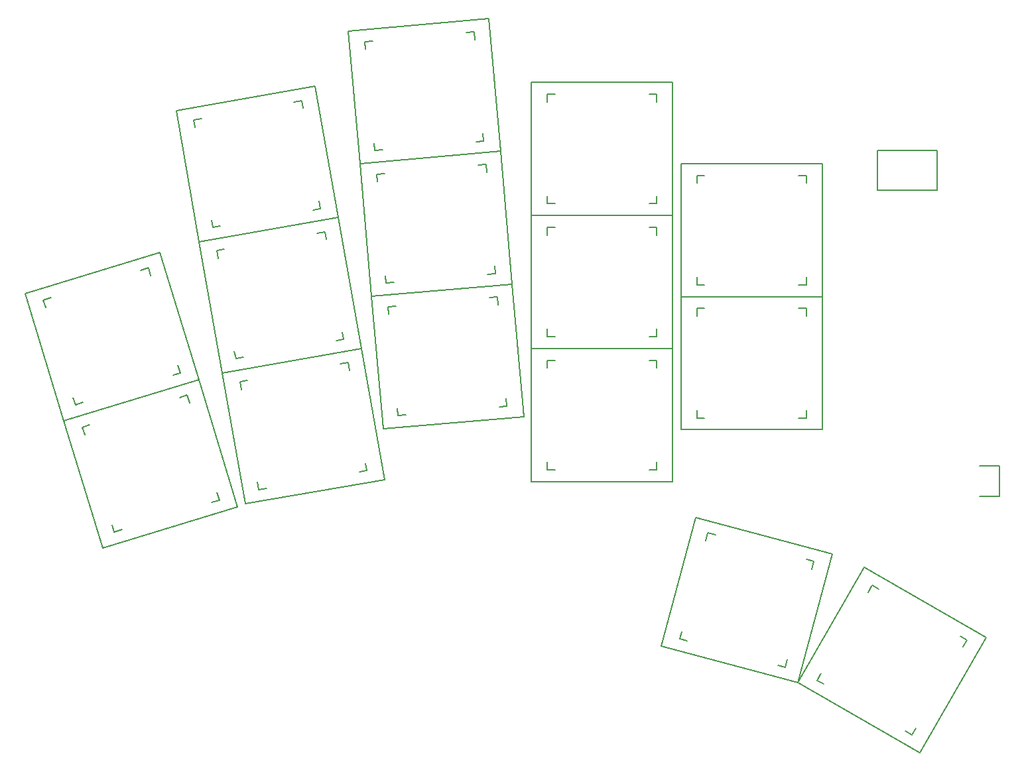
<source format=gbr>
%TF.GenerationSoftware,KiCad,Pcbnew,(6.0.4-0)*%
%TF.CreationDate,2022-04-29T17:53:29+02:00*%
%TF.ProjectId,battamini,62617474-616d-4696-9e69-2e6b69636164,v1.0.0*%
%TF.SameCoordinates,Original*%
%TF.FileFunction,OtherDrawing,Comment*%
%FSLAX46Y46*%
G04 Gerber Fmt 4.6, Leading zero omitted, Abs format (unit mm)*
G04 Created by KiCad (PCBNEW (6.0.4-0)) date 2022-04-29 17:53:29*
%MOMM*%
%LPD*%
G01*
G04 APERTURE LIST*
%ADD10C,0.150000*%
G04 APERTURE END LIST*
D10*
%TO.C,T1*%
X166137367Y62262667D02*
X163637367Y62262667D01*
X163637367Y66162667D02*
X166137367Y66162667D01*
X166137367Y66162667D02*
X166137367Y62262667D01*
%TO.C,S11*%
X63451567Y109438376D02*
X63277918Y110423184D01*
X77065227Y112854259D02*
X77238875Y111869451D01*
X79322653Y100051758D02*
X79496302Y99066950D01*
X78511494Y98893302D02*
X79496302Y99066950D01*
X65708993Y96635875D02*
X66693801Y96809524D01*
X81726389Y97937035D02*
X63999850Y94811368D01*
X64262726Y110596832D02*
X63277918Y110423184D01*
X77065227Y112854259D02*
X76080419Y112680610D01*
X78774370Y114678766D02*
X81726389Y97937035D01*
X61047831Y111553099D02*
X78774370Y114678766D01*
X63999850Y94811368D02*
X61047831Y111553099D01*
X65708993Y96635875D02*
X65535345Y97620683D01*
%TO.C,S34*%
X161990823Y43922391D02*
X161490823Y43056365D01*
X148884416Y53221429D02*
X164472874Y44221429D01*
X164472874Y44221429D02*
X155972874Y29498997D01*
X142866467Y38798035D02*
X143732493Y38298035D01*
X149366467Y50056365D02*
X149866467Y50922391D01*
X140384416Y38498997D02*
X148884416Y53221429D01*
X161990823Y43922391D02*
X161124797Y44422391D01*
X155972874Y29498997D02*
X140384416Y38498997D01*
X154124797Y32298035D02*
X154990823Y31798035D01*
X155490823Y32664061D02*
X154990823Y31798035D01*
X142866467Y38798035D02*
X143366467Y39664061D01*
X150732493Y50422391D02*
X149866467Y50922391D01*
%TO.C,S15*%
X103928219Y89430914D02*
X85996715Y87862110D01*
X84515067Y104797420D02*
X102446571Y106366224D01*
X100584916Y104697620D02*
X100672071Y103701425D01*
X100584916Y104697620D02*
X99588721Y104610464D01*
X85996715Y87862110D02*
X84515067Y104797420D01*
X100808901Y90663739D02*
X101805096Y90750894D01*
X102446571Y106366224D02*
X103928219Y89430914D01*
X101717940Y91747089D02*
X101805096Y90750894D01*
X87858370Y89530714D02*
X87771215Y90526909D01*
X87858370Y89530714D02*
X88854565Y89617870D01*
X86725346Y102481245D02*
X86638190Y103477440D01*
X87634385Y103564595D02*
X86638190Y103477440D01*
%TO.C,S21*%
X124411087Y81186017D02*
X106411087Y81186017D01*
X109411087Y96686017D02*
X108411087Y96686017D01*
X122411087Y83686017D02*
X122411087Y82686017D01*
X124411087Y98186017D02*
X124411087Y81186017D01*
X106411087Y81186017D02*
X106411087Y98186017D01*
X122411087Y96686017D02*
X122411087Y95686017D01*
X121411087Y82686017D02*
X122411087Y82686017D01*
X108411087Y95686017D02*
X108411087Y96686017D01*
X122411087Y96686017D02*
X121411087Y96686017D01*
X108411087Y82686017D02*
X108411087Y83686017D01*
X108411087Y82686017D02*
X109411087Y82686017D01*
X106411087Y98186017D02*
X124411087Y98186017D01*
%TO.C,S8*%
X70166764Y77113368D02*
X69181956Y76939720D01*
X87630427Y64453571D02*
X69903888Y61327904D01*
X82969265Y79370795D02*
X83142913Y78385987D01*
X69903888Y61327904D02*
X66951869Y78069635D01*
X84415532Y65409838D02*
X85400340Y65583486D01*
X85226691Y66568294D02*
X85400340Y65583486D01*
X84678408Y81195302D02*
X87630427Y64453571D01*
X66951869Y78069635D02*
X84678408Y81195302D01*
X69355605Y75954912D02*
X69181956Y76939720D01*
X82969265Y79370795D02*
X81984457Y79197146D01*
X71613031Y63152411D02*
X72597839Y63326060D01*
X71613031Y63152411D02*
X71439383Y64137219D01*
%TO.C,S14*%
X89340018Y72595404D02*
X89252863Y73591599D01*
X105409867Y72495604D02*
X87478363Y70926800D01*
X103928219Y89430914D02*
X105409867Y72495604D01*
X85996715Y87862110D02*
X103928219Y89430914D01*
X89116033Y86629285D02*
X88119838Y86542130D01*
X102066564Y87762310D02*
X101070369Y87675154D01*
X87478363Y70926800D02*
X85996715Y87862110D01*
X88206994Y85545935D02*
X88119838Y86542130D01*
X89340018Y72595404D02*
X90336213Y72682560D01*
X102066564Y87762310D02*
X102153719Y86766115D01*
X102290549Y73728429D02*
X103286744Y73815584D01*
X103199588Y74811779D02*
X103286744Y73815584D01*
%TO.C,S20*%
X108411087Y78686017D02*
X108411087Y79686017D01*
X122411087Y66686017D02*
X122411087Y65686017D01*
X106411087Y64186017D02*
X106411087Y81186017D01*
X106411087Y81186017D02*
X124411087Y81186017D01*
X109411087Y79686017D02*
X108411087Y79686017D01*
X122411087Y79686017D02*
X122411087Y78686017D01*
X122411087Y79686017D02*
X121411087Y79686017D01*
X121411087Y65686017D02*
X122411087Y65686017D01*
X124411087Y81186017D02*
X124411087Y64186017D01*
X124411087Y64186017D02*
X106411087Y64186017D01*
X108411087Y65686017D02*
X108411087Y66686017D01*
X108411087Y65686017D02*
X109411087Y65686017D01*
%TO.C,S28*%
X141517334Y86310985D02*
X140517334Y86310985D01*
X140517334Y72310985D02*
X141517334Y72310985D01*
X128517334Y86310985D02*
X127517334Y86310985D01*
X127517334Y85310985D02*
X127517334Y86310985D01*
X143517334Y70810985D02*
X125517334Y70810985D01*
X143517334Y87810985D02*
X143517334Y70810985D01*
X141517334Y86310985D02*
X141517334Y85310985D01*
X141517334Y73310985D02*
X141517334Y72310985D01*
X125517334Y87810985D02*
X143517334Y87810985D01*
X125517334Y70810985D02*
X125517334Y87810985D01*
X127517334Y72310985D02*
X128517334Y72310985D01*
X127517334Y72310985D02*
X127517334Y73310985D01*
%TO.C,S29*%
X143517334Y87810985D02*
X125517334Y87810985D01*
X125517334Y104810985D02*
X143517334Y104810985D01*
X140517334Y89310985D02*
X141517334Y89310985D01*
X127517334Y89310985D02*
X128517334Y89310985D01*
X127517334Y102310985D02*
X127517334Y103310985D01*
X141517334Y103310985D02*
X140517334Y103310985D01*
X125517334Y87810985D02*
X125517334Y104810985D01*
X141517334Y103310985D02*
X141517334Y102310985D01*
X141517334Y90310985D02*
X141517334Y89310985D01*
X127517334Y89310985D02*
X127517334Y90310985D01*
X143517334Y104810985D02*
X143517334Y87810985D01*
X128517334Y103310985D02*
X127517334Y103310985D01*
%TO.C,S33*%
X154124797Y32298035D02*
X154990823Y31798035D01*
X161990823Y43922391D02*
X161490823Y43056365D01*
X142866467Y38798035D02*
X143366467Y39664061D01*
X149366467Y50056365D02*
X149866467Y50922391D01*
X140384416Y38498997D02*
X148884416Y53221429D01*
X155490823Y32664061D02*
X154990823Y31798035D01*
X161990823Y43922391D02*
X161124797Y44422391D01*
X148884416Y53221429D02*
X164472874Y44221429D01*
X164472874Y44221429D02*
X155972874Y29498997D01*
X150732493Y50422391D02*
X149866467Y50922391D01*
X142866467Y38798035D02*
X143732493Y38298035D01*
X155972874Y29498997D02*
X140384416Y38498997D01*
%TO.C,S7*%
X84415532Y65409838D02*
X85400340Y65583486D01*
X71613031Y63152411D02*
X72597839Y63326060D01*
X66951869Y78069635D02*
X84678408Y81195302D01*
X70166764Y77113368D02*
X69181956Y76939720D01*
X69903888Y61327904D02*
X66951869Y78069635D01*
X82969265Y79370795D02*
X83142913Y78385987D01*
X87630427Y64453571D02*
X69903888Y61327904D01*
X82969265Y79370795D02*
X81984457Y79197146D01*
X85226691Y66568294D02*
X85400340Y65583486D01*
X84678408Y81195302D02*
X87630427Y64453571D01*
X71613031Y63152411D02*
X71439383Y64137219D01*
X69355605Y75954912D02*
X69181956Y76939720D01*
%TO.C,T2*%
X166137367Y62262667D02*
X163637367Y62262667D01*
X166137367Y66162667D02*
X166137367Y62262667D01*
X163637367Y66162667D02*
X166137367Y66162667D01*
%TO.C,S5*%
X61290623Y79038736D02*
X61582994Y78082432D01*
X60626689Y77790060D02*
X61582994Y78082432D01*
X45057829Y87669866D02*
X44101524Y87377494D01*
X41750357Y88227208D02*
X58963842Y93489899D01*
X44393895Y86421190D02*
X44101524Y87377494D01*
X48194728Y73989228D02*
X49151032Y74281599D01*
X57489790Y91470698D02*
X57782162Y90514393D01*
X58963842Y93489899D02*
X63934161Y77232718D01*
X63934161Y77232718D02*
X46720676Y71970027D01*
X46720676Y71970027D02*
X41750357Y88227208D01*
X48194728Y73989228D02*
X47902356Y74945533D01*
X57489790Y91470698D02*
X56533486Y91178327D01*
%TO.C,S27*%
X125517334Y70810985D02*
X125517334Y87810985D01*
X125517334Y87810985D02*
X143517334Y87810985D01*
X143517334Y87810985D02*
X143517334Y70810985D01*
X127517334Y85310985D02*
X127517334Y86310985D01*
X141517334Y73310985D02*
X141517334Y72310985D01*
X141517334Y86310985D02*
X140517334Y86310985D01*
X128517334Y86310985D02*
X127517334Y86310985D01*
X127517334Y72310985D02*
X128517334Y72310985D01*
X127517334Y72310985D02*
X127517334Y73310985D01*
X143517334Y70810985D02*
X125517334Y70810985D01*
X140517334Y72310985D02*
X141517334Y72310985D01*
X141517334Y86310985D02*
X141517334Y85310985D01*
%TO.C,S9*%
X80017246Y96112527D02*
X80190894Y95127719D01*
X81726389Y97937034D02*
X84678408Y81195303D01*
X63999850Y94811367D02*
X81726389Y97937034D01*
X82274672Y83310026D02*
X82448321Y82325218D01*
X68661012Y79894143D02*
X69645820Y80067792D01*
X80017246Y96112527D02*
X79032438Y95938878D01*
X81463513Y82151570D02*
X82448321Y82325218D01*
X66951869Y78069636D02*
X63999850Y94811367D01*
X68661012Y79894143D02*
X68487364Y80878951D01*
X66403586Y92696644D02*
X66229937Y93681452D01*
X84678408Y81195303D02*
X66951869Y78069636D01*
X67214745Y93855100D02*
X66229937Y93681452D01*
%TO.C,S16*%
X87634385Y103564595D02*
X86638190Y103477440D01*
X100808901Y90663739D02*
X101805096Y90750894D01*
X100584916Y104697620D02*
X99588721Y104610464D01*
X100584916Y104697620D02*
X100672071Y103701425D01*
X87858370Y89530714D02*
X87771215Y90526909D01*
X86725346Y102481245D02*
X86638190Y103477440D01*
X85996715Y87862110D02*
X84515067Y104797420D01*
X102446571Y106366224D02*
X103928219Y89430914D01*
X103928219Y89430914D02*
X85996715Y87862110D01*
X101717940Y91747089D02*
X101805096Y90750894D01*
X87858370Y89530714D02*
X88854565Y89617870D01*
X84515067Y104797420D02*
X102446571Y106366224D01*
%TO.C,S30*%
X140517334Y89310985D02*
X141517334Y89310985D01*
X141517334Y90310985D02*
X141517334Y89310985D01*
X125517334Y87810985D02*
X125517334Y104810985D01*
X127517334Y89310985D02*
X128517334Y89310985D01*
X127517334Y102310985D02*
X127517334Y103310985D01*
X125517334Y104810985D02*
X143517334Y104810985D01*
X127517334Y89310985D02*
X127517334Y90310985D01*
X141517334Y103310985D02*
X141517334Y102310985D01*
X143517334Y87810985D02*
X125517334Y87810985D01*
X143517334Y104810985D02*
X143517334Y87810985D01*
X128517334Y103310985D02*
X127517334Y103310985D01*
X141517334Y103310985D02*
X140517334Y103310985D01*
%TO.C,S13*%
X89116033Y86629285D02*
X88119838Y86542130D01*
X102066564Y87762310D02*
X102153719Y86766115D01*
X103199588Y74811779D02*
X103286744Y73815584D01*
X87478363Y70926800D02*
X85996715Y87862110D01*
X103928219Y89430914D02*
X105409867Y72495604D01*
X89340018Y72595404D02*
X89252863Y73591599D01*
X105409867Y72495604D02*
X87478363Y70926800D01*
X89340018Y72595404D02*
X90336213Y72682560D01*
X88206994Y85545935D02*
X88119838Y86542130D01*
X102066564Y87762310D02*
X101070369Y87675154D01*
X102290549Y73728429D02*
X103286744Y73815584D01*
X85996715Y87862110D02*
X103928219Y89430914D01*
%TO.C,S24*%
X124411087Y115186017D02*
X124411087Y98186017D01*
X122411087Y113686017D02*
X122411087Y112686017D01*
X106411087Y98186017D02*
X106411087Y115186017D01*
X108411087Y112686017D02*
X108411087Y113686017D01*
X121411087Y99686017D02*
X122411087Y99686017D01*
X108411087Y99686017D02*
X109411087Y99686017D01*
X109411087Y113686017D02*
X108411087Y113686017D01*
X122411087Y113686017D02*
X121411087Y113686017D01*
X108411087Y99686017D02*
X108411087Y100686017D01*
X106411087Y115186017D02*
X124411087Y115186017D01*
X122411087Y100686017D02*
X122411087Y99686017D01*
X124411087Y98186017D02*
X106411087Y98186017D01*
%TO.C,S17*%
X100236293Y108682399D02*
X100323449Y107686204D01*
X84515068Y104797420D02*
X83033420Y121732730D01*
X99327254Y107599049D02*
X100323449Y107686204D01*
X86152738Y120499905D02*
X85156543Y120412750D01*
X102446572Y106366224D02*
X84515068Y104797420D01*
X86376723Y106466024D02*
X87372918Y106553180D01*
X86376723Y106466024D02*
X86289568Y107462219D01*
X100964924Y123301534D02*
X102446572Y106366224D01*
X85243699Y119416555D02*
X85156543Y120412750D01*
X99103269Y121632930D02*
X98107074Y121545774D01*
X83033420Y121732730D02*
X100964924Y123301534D01*
X99103269Y121632930D02*
X99190424Y120636735D01*
%TO.C,S4*%
X63934161Y77232718D02*
X68904480Y60975537D01*
X50028148Y71412685D02*
X49071843Y71120313D01*
X53165047Y57732047D02*
X54121351Y58024418D01*
X65597008Y61532879D02*
X66553313Y61825251D01*
X46720676Y71970027D02*
X63934161Y77232718D01*
X51690995Y55712846D02*
X46720676Y71970027D01*
X49364214Y70164009D02*
X49071843Y71120313D01*
X53165047Y57732047D02*
X52872675Y58688352D01*
X66260942Y62781555D02*
X66553313Y61825251D01*
X62460109Y75213517D02*
X62752481Y74257212D01*
X68904480Y60975537D02*
X51690995Y55712846D01*
X62460109Y75213517D02*
X61503805Y74921146D01*
%TO.C,S10*%
X84678408Y81195303D02*
X66951869Y78069636D01*
X63999850Y94811367D02*
X81726389Y97937034D01*
X82274672Y83310026D02*
X82448321Y82325218D01*
X66403586Y92696644D02*
X66229937Y93681452D01*
X67214745Y93855100D02*
X66229937Y93681452D01*
X80017246Y96112527D02*
X80190894Y95127719D01*
X81463513Y82151570D02*
X82448321Y82325218D01*
X80017246Y96112527D02*
X79032438Y95938878D01*
X81726389Y97937034D02*
X84678408Y81195303D01*
X68661012Y79894143D02*
X69645820Y80067792D01*
X68661012Y79894143D02*
X68487364Y80878951D01*
X66951869Y78069636D02*
X63999850Y94811367D01*
%TO.C,S22*%
X108411087Y82686017D02*
X109411087Y82686017D01*
X124411087Y81186017D02*
X106411087Y81186017D01*
X122411087Y96686017D02*
X121411087Y96686017D01*
X122411087Y96686017D02*
X122411087Y95686017D01*
X122411087Y83686017D02*
X122411087Y82686017D01*
X106411087Y81186017D02*
X106411087Y98186017D01*
X109411087Y96686017D02*
X108411087Y96686017D01*
X108411087Y82686017D02*
X108411087Y83686017D01*
X121411087Y82686017D02*
X122411087Y82686017D01*
X108411087Y95686017D02*
X108411087Y96686017D01*
X106411087Y98186017D02*
X124411087Y98186017D01*
X124411087Y98186017D02*
X124411087Y81186017D01*
%TO.C,S31*%
X125317832Y44088991D02*
X126283758Y43830171D01*
X137874868Y40724343D02*
X138840793Y40465524D01*
X128682479Y56646026D02*
X128941299Y57611952D01*
X142464260Y53988485D02*
X142205441Y53022560D01*
X122997752Y43157740D02*
X127397675Y59578479D01*
X140384417Y38498997D02*
X122997752Y43157740D01*
X142464260Y53988485D02*
X141498334Y54247305D01*
X139099613Y41431450D02*
X138840793Y40465524D01*
X129907224Y57353133D02*
X128941299Y57611952D01*
X144784340Y54919736D02*
X140384417Y38498997D01*
X125317832Y44088991D02*
X125576651Y45054916D01*
X127397675Y59578479D02*
X144784340Y54919736D01*
%TO.C,MCU1*%
X150547213Y101396542D02*
X150547213Y106476542D01*
X150547213Y106476542D02*
X158167213Y106476542D01*
X158167213Y106476542D02*
X158167213Y101396542D01*
X158167213Y101396542D02*
X150547213Y101396542D01*
%TO.C,S3*%
X50028148Y71412685D02*
X49071843Y71120313D01*
X62460109Y75213517D02*
X61503805Y74921146D01*
X51690995Y55712846D02*
X46720676Y71970027D01*
X53165047Y57732047D02*
X54121351Y58024418D01*
X62460109Y75213517D02*
X62752481Y74257212D01*
X46720676Y71970027D02*
X63934161Y77232718D01*
X49364214Y70164009D02*
X49071843Y71120313D01*
X65597008Y61532879D02*
X66553313Y61825251D01*
X63934161Y77232718D02*
X68904480Y60975537D01*
X53165047Y57732047D02*
X52872675Y58688352D01*
X66260942Y62781555D02*
X66553313Y61825251D01*
X68904480Y60975537D02*
X51690995Y55712846D01*
%TO.C,S32*%
X128682479Y56646026D02*
X128941299Y57611952D01*
X142464260Y53988485D02*
X141498334Y54247305D01*
X125317832Y44088991D02*
X125576651Y45054916D01*
X140384417Y38498997D02*
X122997752Y43157740D01*
X139099613Y41431450D02*
X138840793Y40465524D01*
X137874868Y40724343D02*
X138840793Y40465524D01*
X125317832Y44088991D02*
X126283758Y43830171D01*
X122997752Y43157740D02*
X127397675Y59578479D01*
X142464260Y53988485D02*
X142205441Y53022560D01*
X129907224Y57353133D02*
X128941299Y57611952D01*
X144784340Y54919736D02*
X140384417Y38498997D01*
X127397675Y59578479D02*
X144784340Y54919736D01*
%TO.C,S12*%
X63999850Y94811368D02*
X61047831Y111553099D01*
X61047831Y111553099D02*
X78774370Y114678766D01*
X63451567Y109438376D02*
X63277918Y110423184D01*
X78511494Y98893302D02*
X79496302Y99066950D01*
X77065227Y112854259D02*
X77238875Y111869451D01*
X65708993Y96635875D02*
X66693801Y96809524D01*
X79322653Y100051758D02*
X79496302Y99066950D01*
X77065227Y112854259D02*
X76080419Y112680610D01*
X78774370Y114678766D02*
X81726389Y97937035D01*
X64262726Y110596832D02*
X63277918Y110423184D01*
X65708993Y96635875D02*
X65535345Y97620683D01*
X81726389Y97937035D02*
X63999850Y94811368D01*
%TO.C,S23*%
X121411087Y99686017D02*
X122411087Y99686017D01*
X108411087Y99686017D02*
X108411087Y100686017D01*
X106411087Y115186017D02*
X124411087Y115186017D01*
X122411087Y100686017D02*
X122411087Y99686017D01*
X106411087Y98186017D02*
X106411087Y115186017D01*
X109411087Y113686017D02*
X108411087Y113686017D01*
X122411087Y113686017D02*
X122411087Y112686017D01*
X108411087Y99686017D02*
X109411087Y99686017D01*
X122411087Y113686017D02*
X121411087Y113686017D01*
X124411087Y115186017D02*
X124411087Y98186017D01*
X124411087Y98186017D02*
X106411087Y98186017D01*
X108411087Y112686017D02*
X108411087Y113686017D01*
%TO.C,S6*%
X45057829Y87669866D02*
X44101524Y87377494D01*
X44393895Y86421190D02*
X44101524Y87377494D01*
X57489790Y91470698D02*
X57782162Y90514393D01*
X63934161Y77232718D02*
X46720676Y71970027D01*
X48194728Y73989228D02*
X47902356Y74945533D01*
X41750357Y88227208D02*
X58963842Y93489899D01*
X60626689Y77790060D02*
X61582994Y78082432D01*
X46720676Y71970027D02*
X41750357Y88227208D01*
X58963842Y93489899D02*
X63934161Y77232718D01*
X57489790Y91470698D02*
X56533486Y91178327D01*
X61290623Y79038736D02*
X61582994Y78082432D01*
X48194728Y73989228D02*
X49151032Y74281599D01*
%TO.C,S19*%
X108411087Y65686017D02*
X109411087Y65686017D01*
X121411087Y65686017D02*
X122411087Y65686017D01*
X108411087Y78686017D02*
X108411087Y79686017D01*
X122411087Y79686017D02*
X122411087Y78686017D01*
X124411087Y64186017D02*
X106411087Y64186017D01*
X106411087Y81186017D02*
X124411087Y81186017D01*
X108411087Y65686017D02*
X108411087Y66686017D01*
X124411087Y81186017D02*
X124411087Y64186017D01*
X122411087Y79686017D02*
X121411087Y79686017D01*
X109411087Y79686017D02*
X108411087Y79686017D01*
X122411087Y66686017D02*
X122411087Y65686017D01*
X106411087Y64186017D02*
X106411087Y81186017D01*
%TO.C,S18*%
X86376723Y106466024D02*
X87372918Y106553180D01*
X85243699Y119416555D02*
X85156543Y120412750D01*
X100964924Y123301534D02*
X102446572Y106366224D01*
X86152738Y120499905D02*
X85156543Y120412750D01*
X84515068Y104797420D02*
X83033420Y121732730D01*
X102446572Y106366224D02*
X84515068Y104797420D01*
X99327254Y107599049D02*
X100323449Y107686204D01*
X86376723Y106466024D02*
X86289568Y107462219D01*
X100236293Y108682399D02*
X100323449Y107686204D01*
X99103269Y121632930D02*
X98107074Y121545774D01*
X83033420Y121732730D02*
X100964924Y123301534D01*
X99103269Y121632930D02*
X99190424Y120636735D01*
%TD*%
M02*

</source>
